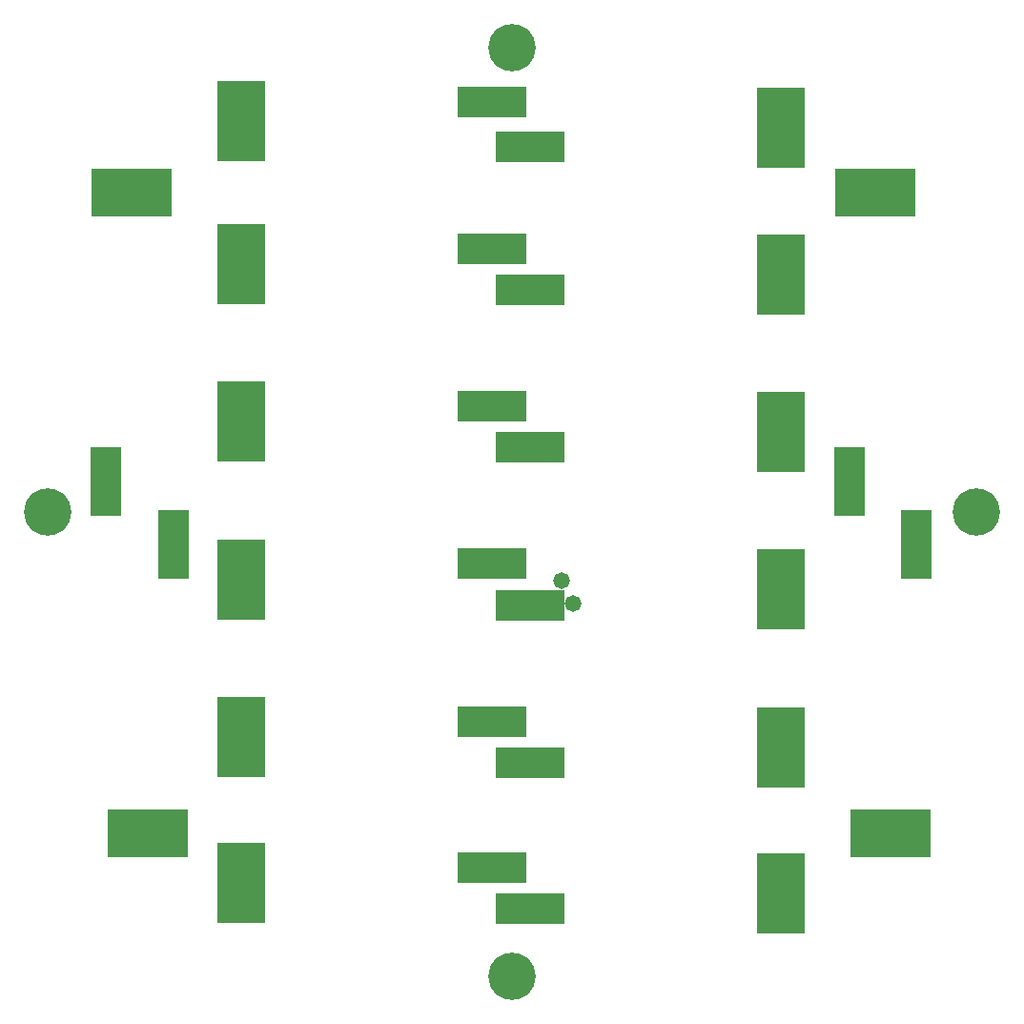
<source format=gts>
%FSLAX44Y44*%
%MOMM*%
G71*
G01*
G75*
G04 Layer_Color=8388736*
%ADD10R,2.5000X6.0000*%
%ADD11R,6.9850X4.0000*%
%ADD12R,6.0000X2.5000*%
%ADD13R,4.0000X6.9850*%
%ADD14C,1.0000*%
%ADD15C,0.2540*%
%ADD16C,4.0000*%
%ADD17C,1.2700*%
%ADD18R,1.2192X0.8128*%
%ADD19R,1.0200X3.8000*%
%ADD20R,0.3556X0.7620*%
%ADD21R,0.7620X0.3556*%
%ADD22R,2.7940X2.7940*%
%ADD23R,2.7032X6.2032*%
%ADD24R,7.1882X4.2032*%
%ADD25R,6.2032X2.7032*%
%ADD26R,4.2032X7.1882*%
%ADD27C,4.2032*%
%ADD28C,1.4732*%
D23*
X169760Y441780D02*
D03*
X110240Y498220D02*
D03*
X829760Y441780D02*
D03*
X770240Y498220D02*
D03*
D24*
X146900Y185240D02*
D03*
X133100Y754760D02*
D03*
X806900Y185240D02*
D03*
X793100Y754760D02*
D03*
D25*
X486780Y795240D02*
D03*
Y668240D02*
D03*
Y528240D02*
D03*
Y388240D02*
D03*
Y248240D02*
D03*
Y118240D02*
D03*
X453220Y154760D02*
D03*
Y284760D02*
D03*
Y424760D02*
D03*
Y564760D02*
D03*
Y704760D02*
D03*
Y834760D02*
D03*
D26*
X230240Y818100D02*
D03*
Y691100D02*
D03*
Y551100D02*
D03*
Y411100D02*
D03*
Y271100D02*
D03*
Y141100D02*
D03*
X709760Y131900D02*
D03*
Y261900D02*
D03*
Y401900D02*
D03*
Y541900D02*
D03*
Y681900D02*
D03*
Y811900D02*
D03*
D27*
X58710Y470880D02*
D03*
X470709Y882880D02*
D03*
X882710Y470880D02*
D03*
X470709Y58880D02*
D03*
D28*
X525000Y390000D02*
D03*
X515000Y410000D02*
D03*
M02*

</source>
